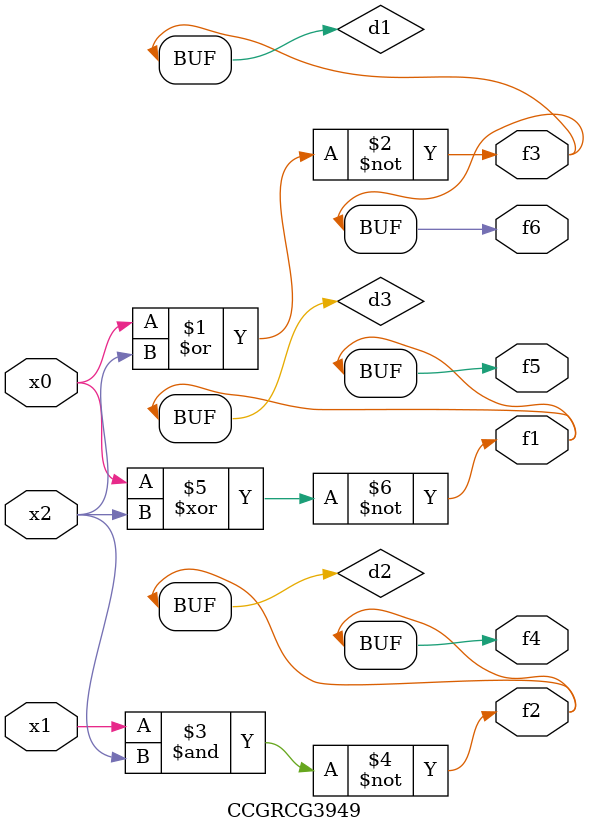
<source format=v>
module CCGRCG3949(
	input x0, x1, x2,
	output f1, f2, f3, f4, f5, f6
);

	wire d1, d2, d3;

	nor (d1, x0, x2);
	nand (d2, x1, x2);
	xnor (d3, x0, x2);
	assign f1 = d3;
	assign f2 = d2;
	assign f3 = d1;
	assign f4 = d2;
	assign f5 = d3;
	assign f6 = d1;
endmodule

</source>
